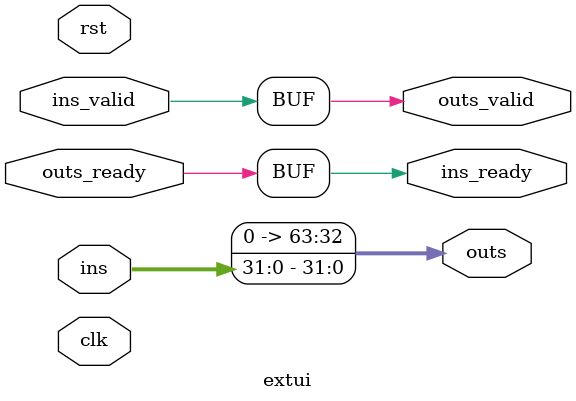
<source format=v>
`timescale 1ns/1ps
module extui #(
  parameter INPUT_WIDTH = 32,
  parameter OUTPUT_WIDTH = 64
)(
  // inputs
  input  clk,
  input  rst,
  input  [INPUT_WIDTH - 1 : 0] ins,
  input  ins_valid,
  output  ins_ready,
  // outputs
  output [OUTPUT_WIDTH - 1 : 0] outs,
  output outs_valid,
  input outs_ready
);

  assign outs = {{(OUTPUT_WIDTH - INPUT_WIDTH){1'b0}}, ins};
  assign outs_valid = ins_valid;
  assign ins_ready = outs_ready;

endmodule
</source>
